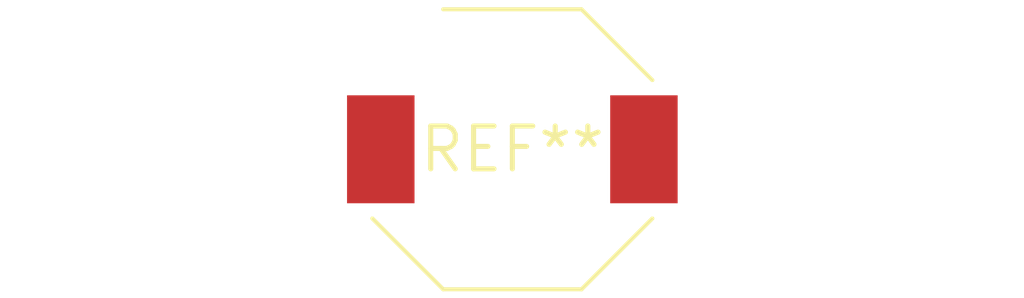
<source format=kicad_pcb>
(kicad_pcb (version 20240108) (generator pcbnew)
  (layers (0 "F.Cu" signal) (31 "B.Cu" signal) (34 "B.Paste" user) (35 "F.Paste" user) (36 "B.SilkS" user "B.Silkscreen") (37 "F.SilkS" user "F.Silkscreen") (38 "B.Mask" user) (39 "F.Mask" user) (44 "Edge.Cuts" user))
  (net 0 "")
  (footprint "L_Bourns-SRU8028_8.0x8.0mm" (layer "F.Cu") (at 0 0)
    (property "Reference" "REF**")
    (property "Value" "L_Bourns-SRU8028_8.0x8.0mm")
    (fp_line (start -2.05 -4.15) (end 2.05 -4.15) (layer "F.SilkS") (stroke (width 0.12)))
    (fp_line (start -2.05 4.15) (end -4.15 2.05) (layer "F.SilkS") (stroke (width 0.12)))
    (fp_line (start 2.05 -4.15) (end 4.15 -2.05) (layer "F.SilkS") (stroke (width 0.12)))
    (fp_line (start 2.05 4.15) (end -2.05 4.15) (layer "F.SilkS") (stroke (width 0.12)))
    (fp_line (start 2.05 4.15) (end 4.15 2.05) (layer "F.SilkS") (stroke (width 0.12)))
    (pad "1" smd rect (at -3.9 0) (size 2 3.2) (layers "F.Cu" "F.Paste" "F.Mask"))
    (pad "2" smd rect (at 3.9 0) (size 2 3.2) (layers "F.Cu" "F.Paste" "F.Mask"))
  )
)
</source>
